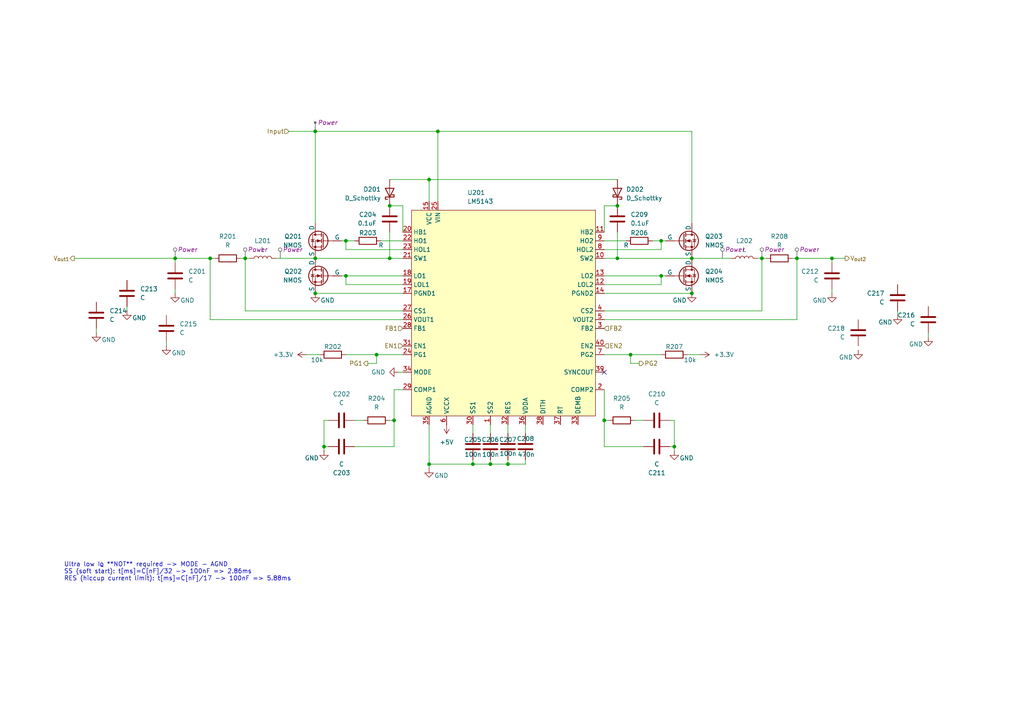
<source format=kicad_sch>
(kicad_sch (version 20250114) (generator "eeschema") (generator_version "9.0")
  (paper "A4")
  (lib_symbols
    (symbol "C_1" (pin_numbers (hide yes)) (pin_names (offset 0.254))
      (property "Reference" "C" (at 0.635 2.54 0))
      (property "Value" "C" (at 0.635 -2.54 0))
      (symbol "C_1_0_1"
        (polyline (pts (xy -2.032 0.762) (xy 2.032 0.762)) (stroke (width 0.508)))
        (polyline (pts (xy -2.032 -0.762) (xy 2.032 -0.762)) (stroke (width 0.508)))
      )
      (symbol "C_1_1_1"
        (pin passive line (at 0 3.81 270) (length 2.794) (name "~") (number "1"))
        (pin passive line (at 0 -3.81 90) (length 2.794) (name "~") (number "2"))
      )
    )
    (symbol "Device:C" (pin_numbers (hide yes)) (pin_names (offset 0.254))
      (property "Reference" "C" (at 0.635 2.54 0))
      (property "Value" "C" (at 0.635 -2.54 0))
      (symbol "C_0_1"
        (polyline (pts (xy -2.032 0.762) (xy 2.032 0.762)) (stroke (width 0.508)))
        (polyline (pts (xy -2.032 -0.762) (xy 2.032 -0.762)) (stroke (width 0.508)))
      )
      (symbol "C_1_1"
        (pin passive line (at 0 3.81 270) (length 2.794) (name "~") (number "1"))
        (pin passive line (at 0 -3.81 90) (length 2.794) (name "~") (number "2"))
      )
    )
    (symbol "Device:D_Schottky" (pin_numbers (hide yes)) (pin_names (offset 1.016) (hide yes))
      (property "Reference" "D" (at 0 2.54 0))
      (property "Value" "D_Schottky" (at 0 -2.54 0))
      (symbol "D_Schottky_0_1"
        (polyline (pts (xy -1.905 0.635) (xy -1.905 1.27) (xy -1.27 1.27) (xy -1.27 -1.27) (xy -0.635 -1.27) (xy -0.635 -0.635)) (stroke (width 0.254)))
        (polyline (pts (xy 1.27 1.27) (xy 1.27 -1.27) (xy -1.27 0) (xy 1.27 1.27)) (stroke (width 0.254)))
        (polyline (pts (xy 1.27 0) (xy -1.27 0)))
      )
      (symbol "D_Schottky_1_1"
        (pin passive line (at -3.81 0 0) (length 2.54) (name "K") (number "1"))
        (pin passive line (at 3.81 0 180) (length 2.54) (name "A") (number "2"))
      )
    )
    (symbol "Device:L" (pin_numbers (hide yes)) (pin_names (offset 1.016) (hide yes))
      (property "Reference" "L" (at -1.27 0 90))
      (property "Value" "L" (at 1.905 0 90))
      (symbol "L_0_1"
        (arc (start 0 2.54) (mid 0.6323 1.905) (end 0 1.27))
        (arc (start 0 1.27) (mid 0.6323 0.635) (end 0 0))
        (arc (start 0 0) (mid 0.6323 -0.635) (end 0 -1.27))
        (arc (start 0 -1.27) (mid 0.6323 -1.905) (end 0 -2.54))
      )
      (symbol "L_1_1"
        (pin passive line (at 0 3.81 270) (length 1.27) (name "1") (number "1"))
        (pin passive line (at 0 -3.81 90) (length 1.27) (name "2") (number "2"))
      )
    )
    (symbol "Device:R" (pin_numbers (hide yes)) (pin_names (offset 0))
      (property "Reference" "R" (at 2.032 0 90))
      (property "Value" "R" (at 0 0 90))
      (symbol "R_0_1"
        (rectangle (start -1.016 -2.54) (end 1.016 2.54) (stroke (width 0.254)))
      )
      (symbol "R_1_1"
        (pin passive line (at 0 3.81 270) (length 1.27) (name "~") (number "1"))
        (pin passive line (at 0 -3.81 90) (length 1.27) (name "~") (number "2"))
      )
    )
    (symbol "Power_source:LM5143"
      (property "Reference" "U" (at 40.386 25.908 0))
      (property "Value" "LM5143" (at 36.83 23.368 0))
      (symbol "LM5143_1_0"
        (pin power_out line (at -15.24 15.24 0) (length 2.54) (name "HB1") (number "20"))
        (pin output line (at -15.24 12.7 0) (length 2.54) (name "HO1") (number "22"))
        (pin output line (at -15.24 10.16 0) (length 2.54) (name "HOL1") (number "23"))
        (pin power_out line (at -15.24 7.62 0) (length 2.54) (name "SW1") (number "21"))
        (pin output line (at -15.24 2.54 0) (length 2.54) (name "LO1") (number "18"))
        (pin output line (at -15.24 0 0) (length 2.54) (name "LOL1") (number "19"))
        (pin passive line (at -15.24 -2.54 0) (length 2.54) (name "PGND1") (number "17"))
        (pin input line (at -15.24 -7.62 0) (length 2.54) (name "CS1") (number "27"))
        (pin input line (at -15.24 -10.16 0) (length 2.54) (name "VOUT1") (number "26"))
        (pin input line (at -15.24 -12.7 0) (length 2.54) (name "FB1") (number "28"))
        (pin input line (at -15.24 -17.78 0) (length 2.54) (name "EN1") (number "31"))
        (pin output line (at -15.24 -20.32 0) (length 2.54) (name "PG1") (number "24"))
        (pin input line (at -15.24 -25.4 0) (length 2.54) (name "MODE") (number "34"))
        (pin output line (at -15.24 -30.48 0) (length 2.54) (name "COMP1") (number "29"))
        (pin power_in line (at -7.62 24.13 270) (length 2.54) (name "VCC") (number "15"))
        (pin power_in line (at -7.62 24.13 270) (length 2.54) (hide yes) (name "VCC") (number "16"))
        (pin passive line (at -7.62 -40.64 90) (length 2.54) (name "AGND") (number "35"))
        (pin power_in line (at -5.08 24.13 270) (length 2.54) (name "VIN") (number "25"))
        (pin power_in line (at -2.54 -40.64 90) (length 2.54) (name "VCCX") (number "6"))
        (pin input line (at 5.08 -40.64 90) (length 2.54) (name "SS1") (number "30"))
        (pin input line (at 10.16 -40.64 90) (length 2.54) (name "SS2") (number "1"))
        (pin output line (at 15.24 -40.64 90) (length 2.54) (name "RES") (number "32"))
        (pin output line (at 20.32 -40.64 90) (length 2.54) (name "VDDA") (number "36"))
        (pin input line (at 25.4 -40.64 90) (length 2.54) (name "DITH") (number "38"))
        (pin input line (at 30.48 -40.64 90) (length 2.54) (name "RT") (number "37"))
        (pin input line (at 35.56 -40.64 90) (length 2.54) (name "DEMB") (number "33"))
        (pin power_out line (at 43.18 15.24 180) (length 2.54) (name "HB2") (number "11"))
        (pin output line (at 43.18 12.7 180) (length 2.54) (name "HO2") (number "9"))
        (pin output line (at 43.18 10.16 180) (length 2.54) (name "HOL2") (number "8"))
        (pin power_out line (at 43.18 7.62 180) (length 2.54) (name "SW2") (number "10"))
        (pin output line (at 43.18 2.54 180) (length 2.54) (name "LO2") (number "13"))
        (pin output line (at 43.18 0 180) (length 2.54) (name "LOL2") (number "12"))
        (pin passive line (at 43.18 -2.54 180) (length 2.54) (name "PGND2") (number "14"))
        (pin input line (at 43.18 -7.62 180) (length 2.54) (name "CS2") (number "4"))
        (pin input line (at 43.18 -10.16 180) (length 2.54) (name "VOUT2") (number "5"))
        (pin input line (at 43.18 -12.7 180) (length 2.54) (name "FB2") (number "3"))
        (pin input line (at 43.18 -17.78 180) (length 2.54) (name "EN2") (number "40"))
        (pin output line (at 43.18 -20.32 180) (length 2.54) (name "PG2") (number "7"))
        (pin output line (at 43.18 -25.4 180) (length 2.54) (name "SYNCOUT") (number "39"))
        (pin output line (at 43.18 -30.48 180) (length 2.54) (name "COMP2") (number "2"))
      )
      (symbol "LM5143_1_1"
        (rectangle (start -12.7 21.59) (end 40.64 -38.1) (fill (type background)))
      )
    )
    (symbol "Simulation_SPICE:NMOS" (pin_numbers (hide yes)) (pin_names (offset 0))
      (property "Reference" "Q" (at 5.08 1.27 0))
      (property "Value" "NMOS" (at 5.08 -1.27 0))
      (symbol "NMOS_0_1"
        (polyline (pts (xy 0.254 1.905) (xy 0.254 -1.905)) (stroke (width 0.254)))
        (polyline (pts (xy 0.254 0) (xy -2.54 0)))
        (polyline (pts (xy 0.762 2.286) (xy 0.762 1.27)) (stroke (width 0.254)))
        (polyline (pts (xy 0.762 0.508) (xy 0.762 -0.508)) (stroke (width 0.254)))
        (polyline (pts (xy 0.762 -1.27) (xy 0.762 -2.286)) (stroke (width 0.254)))
        (polyline (pts (xy 0.762 -1.778) (xy 3.302 -1.778) (xy 3.302 1.778) (xy 0.762 1.778)))
        (polyline (pts (xy 1.016 0) (xy 2.032 0.381) (xy 2.032 -0.381) (xy 1.016 0)) (fill (type outline)))
        (circle (center 1.651 0) (radius 2.794) (stroke (width 0.254)))
        (polyline (pts (xy 2.54 2.54) (xy 2.54 1.778)))
        (circle (center 2.54 1.778) (radius 0.254) (fill (type outline)))
        (circle (center 2.54 -1.778) (radius 0.254) (fill (type outline)))
        (polyline (pts (xy 2.54 -2.54) (xy 2.54 0) (xy 0.762 0)))
        (polyline (pts (xy 2.794 0.508) (xy 2.921 0.381) (xy 3.683 0.381) (xy 3.81 0.254)))
        (polyline (pts (xy 3.302 0.381) (xy 2.921 -0.254) (xy 3.683 -0.254) (xy 3.302 0.381)))
      )
      (symbol "NMOS_1_1"
        (pin input line (at -5.08 0 0) (length 2.54) (name "G") (number "2"))
        (pin passive line (at 2.54 5.08 270) (length 2.54) (name "D") (number "1"))
        (pin passive line (at 2.54 -5.08 90) (length 2.54) (name "S") (number "3"))
      )
    )
    (symbol "power:+3.3V" (power) (pin_numbers (hide yes)) (pin_names (offset 0) (hide yes))
      (property "Value" "+3.3V" (at 0 3.556 0))
      (symbol "+3.3V_0_1"
        (polyline (pts (xy -0.762 1.27) (xy 0 2.54)))
        (polyline (pts (xy 0 2.54) (xy 0.762 1.27)))
        (polyline (pts (xy 0 0) (xy 0 2.54)))
      )
      (symbol "+3.3V_1_1"
        (pin power_in line (at 0 0 90) (length 0) (name "~") (number "1"))
      )
    )
    (symbol "power:+5V" (power) (pin_numbers (hide yes)) (pin_names (offset 0) (hide yes))
      (property "Value" "+5V" (at 0 3.556 0))
      (symbol "+5V_0_1"
        (polyline (pts (xy -0.762 1.27) (xy 0 2.54)))
        (polyline (pts (xy 0 2.54) (xy 0.762 1.27)))
        (polyline (pts (xy 0 0) (xy 0 2.54)))
      )
      (symbol "+5V_1_1"
        (pin power_in line (at 0 0 90) (length 0) (name "~") (number "1"))
      )
    )
    (symbol "power:GND" (power) (pin_numbers (hide yes)) (pin_names (offset 0) (hide yes))
      (property "Value" "GND" (at 0 -3.81 0))
      (symbol "GND_0_1"
        (polyline (pts (xy 0 0) (xy 0 -1.27) (xy 1.27 -1.27) (xy 0 -2.54) (xy -1.27 -1.27) (xy 0 -1.27)))
      )
      (symbol "GND_1_1"
        (pin power_in line (at 0 0 270) (length 0) (name "~") (number "1"))
      )
    )
  )
  (text "Ultra low I_{Q} **NOT** required -> MODE - AGND\nSS (soft start): t[ms]=C[nF]/32 -> 100nF => 2.86ms\nRES (hiccup current limit): t[ms]=C[nF]/17 -> 100nF => 5.88ms" (exclude_from_sim yes) (at 18.542 165.862 0) (effects (font (size 1.27 1.27)) (justify left)))
  (junction (at 113.03 74.93))
  (junction (at 231.14 74.93))
  (junction (at 142.24 134.62))
  (junction (at 93.98 129.54))
  (junction (at 109.22 102.87))
  (junction (at 91.44 85.09))
  (junction (at 100.33 80.01))
  (junction (at 175.26 121.92))
  (junction (at 71.12 74.93))
  (junction (at 179.07 74.93))
  (junction (at 147.32 134.62))
  (junction (at 195.58 129.54))
  (junction (at 91.44 38.1))
  (junction (at 200.66 85.09))
  (junction (at 182.88 102.87))
  (junction (at 200.66 74.93))
  (junction (at 50.8 74.93))
  (junction (at 127 38.1))
  (junction (at 124.46 134.62))
  (junction (at 124.46 52.07))
  (junction (at 220.98 74.93))
  (junction (at 91.44 74.93))
  (junction (at 113.03 59.69))
  (junction (at 191.77 80.01))
  (junction (at 60.96 74.93))
  (junction (at 179.07 59.69))
  (junction (at 191.77 69.85))
  (junction (at 137.16 134.62))
  (junction (at 241.3 74.93))
  (junction (at 100.33 69.85))
  (junction (at 114.3 121.92))
  (no_connect (at 175.26 107.95))
  (wire (pts (xy 71.12 74.93) (xy 72.39 74.93)))
  (wire (pts (xy 175.26 92.71) (xy 231.14 92.71)))
  (wire (pts (xy 99.06 69.85) (xy 100.33 69.85)))
  (wire (pts (xy 200.66 85.09) (xy 175.26 85.09)))
  (wire (pts (xy 91.44 38.1) (xy 127 38.1)))
  (wire (pts (xy 231.14 74.93) (xy 231.14 92.71)))
  (wire (pts (xy 241.3 76.2) (xy 241.3 74.93)))
  (wire (pts (xy 200.66 64.77) (xy 200.66 38.1)))
  (wire (pts (xy 80.01 74.93) (xy 91.44 74.93)))
  (wire (pts (xy 176.53 121.92) (xy 175.26 121.92)))
  (wire (pts (xy 124.46 134.62) (xy 124.46 135.89)))
  (wire (pts (xy 147.32 123.19) (xy 147.32 125.73)))
  (wire (pts (xy 191.77 72.39) (xy 191.77 69.85)))
  (wire (pts (xy 152.4 133.35) (xy 152.4 134.62)))
  (wire (pts (xy 21.59 74.93) (xy 50.8 74.93)))
  (wire (pts (xy 127 38.1) (xy 200.66 38.1)))
  (wire (pts (xy 71.12 90.17) (xy 116.84 90.17)))
  (wire (pts (xy 93.98 121.92) (xy 95.25 121.92)))
  (wire (pts (xy 50.8 74.93) (xy 60.96 74.93)))
  (wire (pts (xy 137.16 123.19) (xy 137.16 125.73)))
  (wire (pts (xy 113.03 52.07) (xy 124.46 52.07)))
  (wire (pts (xy 91.44 38.1) (xy 91.44 64.77)))
  (wire (pts (xy 113.03 74.93) (xy 116.84 74.93)))
  (wire (pts (xy 100.33 69.85) (xy 102.87 69.85)))
  (wire (pts (xy 186.69 129.54) (xy 175.26 129.54)))
  (wire (pts (xy 179.07 74.93) (xy 175.26 74.93)))
  (wire (pts (xy 100.33 72.39) (xy 100.33 69.85)))
  (wire (pts (xy 229.87 74.93) (xy 231.14 74.93)))
  (wire (pts (xy 114.3 129.54) (xy 114.3 121.92)))
  (wire (pts (xy 102.87 129.54) (xy 114.3 129.54)))
  (wire (pts (xy 100.33 82.55) (xy 100.33 80.01)))
  (wire (pts (xy 269.24 96.52) (xy 269.24 97.79)))
  (wire (pts (xy 220.98 74.93) (xy 220.98 90.17)))
  (wire (pts (xy 175.26 90.17) (xy 220.98 90.17)))
  (wire (pts (xy 191.77 82.55) (xy 175.26 82.55)))
  (wire (pts (xy 137.16 134.62) (xy 124.46 134.62)))
  (wire (pts (xy 109.22 105.41) (xy 109.22 102.87)))
  (wire (pts (xy 212.09 74.93) (xy 200.66 74.93)))
  (wire (pts (xy 199.39 102.87) (xy 203.2 102.87)))
  (wire (pts (xy 109.22 102.87) (xy 100.33 102.87)))
  (wire (pts (xy 147.32 134.62) (xy 142.24 134.62)))
  (wire (pts (xy 147.32 133.35) (xy 147.32 134.62)))
  (wire (pts (xy 93.98 129.54) (xy 95.25 129.54)))
  (wire (pts (xy 124.46 58.42) (xy 124.46 52.07)))
  (wire (pts (xy 260.35 90.17) (xy 260.35 91.44)))
  (wire (pts (xy 241.3 83.82) (xy 241.3 85.09)))
  (wire (pts (xy 102.87 121.92) (xy 105.41 121.92)))
  (wire (pts (xy 62.23 74.93) (xy 60.96 74.93)))
  (wire (pts (xy 195.58 129.54) (xy 194.31 129.54)))
  (wire (pts (xy 113.03 59.69) (xy 116.84 59.69)))
  (wire (pts (xy 182.88 102.87) (xy 191.77 102.87)))
  (wire (pts (xy 195.58 129.54) (xy 195.58 130.81)))
  (wire (pts (xy 127 38.1) (xy 127 58.42)))
  (wire (pts (xy 113.03 121.92) (xy 114.3 121.92)))
  (wire (pts (xy 137.16 133.35) (xy 137.16 134.62)))
  (wire (pts (xy 182.88 105.41) (xy 182.88 102.87)))
  (wire (pts (xy 106.68 105.41) (xy 109.22 105.41)))
  (wire (pts (xy 222.25 74.93) (xy 220.98 74.93)))
  (wire (pts (xy 175.26 129.54) (xy 175.26 121.92)))
  (wire (pts (xy 100.33 80.01) (xy 116.84 80.01)))
  (wire (pts (xy 83.82 38.1) (xy 91.44 38.1)))
  (wire (pts (xy 175.26 59.69) (xy 175.26 67.31)))
  (wire (pts (xy 191.77 72.39) (xy 175.26 72.39)))
  (wire (pts (xy 69.85 74.93) (xy 71.12 74.93)))
  (wire (pts (xy 60.96 74.93) (xy 60.96 92.71)))
  (wire (pts (xy 186.69 121.92) (xy 184.15 121.92)))
  (wire (pts (xy 193.04 80.01) (xy 191.77 80.01)))
  (wire (pts (xy 179.07 67.31) (xy 179.07 74.93)))
  (wire (pts (xy 116.84 67.31) (xy 116.84 59.69)))
  (wire (pts (xy 60.96 92.71) (xy 116.84 92.71)))
  (wire (pts (xy 241.3 74.93) (xy 245.11 74.93)))
  (wire (pts (xy 142.24 134.62) (xy 137.16 134.62)))
  (wire (pts (xy 124.46 123.19) (xy 124.46 134.62)))
  (wire (pts (xy 113.03 67.31) (xy 113.03 74.93)))
  (wire (pts (xy 92.71 102.87) (xy 88.9 102.87)))
  (wire (pts (xy 36.83 88.9) (xy 36.83 90.17)))
  (wire (pts (xy 100.33 72.39) (xy 116.84 72.39)))
  (wire (pts (xy 191.77 69.85) (xy 189.23 69.85)))
  (wire (pts (xy 124.46 52.07) (xy 179.07 52.07)))
  (wire (pts (xy 114.3 113.03) (xy 116.84 113.03)))
  (wire (pts (xy 116.84 102.87) (xy 109.22 102.87)))
  (wire (pts (xy 100.33 82.55) (xy 116.84 82.55)))
  (wire (pts (xy 93.98 129.54) (xy 93.98 130.81)))
  (wire (pts (xy 179.07 59.69) (xy 175.26 59.69)))
  (wire (pts (xy 114.3 121.92) (xy 114.3 113.03)))
  (wire (pts (xy 241.3 74.93) (xy 231.14 74.93)))
  (wire (pts (xy 91.44 85.09) (xy 116.84 85.09)))
  (wire (pts (xy 115.57 107.95) (xy 116.84 107.95)))
  (wire (pts (xy 110.49 69.85) (xy 116.84 69.85)))
  (wire (pts (xy 142.24 123.19) (xy 142.24 125.73)))
  (wire (pts (xy 142.24 133.35) (xy 142.24 134.62)))
  (wire (pts (xy 48.26 99.06) (xy 48.26 100.33)))
  (wire (pts (xy 50.8 83.82) (xy 50.8 85.09)))
  (wire (pts (xy 185.42 105.41) (xy 182.88 105.41)))
  (wire (pts (xy 220.98 74.93) (xy 219.71 74.93)))
  (wire (pts (xy 99.06 80.01) (xy 100.33 80.01)))
  (wire (pts (xy 195.58 121.92) (xy 194.31 121.92)))
  (wire (pts (xy 191.77 82.55) (xy 191.77 80.01)))
  (wire (pts (xy 27.94 95.25) (xy 27.94 96.52)))
  (wire (pts (xy 191.77 80.01) (xy 175.26 80.01)))
  (wire (pts (xy 195.58 121.92) (xy 195.58 129.54)))
  (wire (pts (xy 175.26 121.92) (xy 175.26 113.03)))
  (wire (pts (xy 71.12 74.93) (xy 71.12 90.17)))
  (wire (pts (xy 179.07 74.93) (xy 200.66 74.93)))
  (wire (pts (xy 181.61 69.85) (xy 175.26 69.85)))
  (wire (pts (xy 91.44 74.93) (xy 113.03 74.93)))
  (wire (pts (xy 50.8 76.2) (xy 50.8 74.93)))
  (wire (pts (xy 152.4 134.62) (xy 147.32 134.62)))
  (wire (pts (xy 152.4 123.19) (xy 152.4 125.73)))
  (wire (pts (xy 175.26 102.87) (xy 182.88 102.87)))
  (wire (pts (xy 193.04 69.85) (xy 191.77 69.85)))
  (wire (pts (xy 93.98 121.92) (xy 93.98 129.54)))
  (hierarchical_label "EN1" (shape input) (at 116.84 100.33 180))
  (hierarchical_label "FB1" (shape input) (at 116.84 95.25 180))
  (hierarchical_label "PG2" (shape output) (at 185.42 105.41 0))
  (hierarchical_label "EN2" (shape input) (at 175.26 100.33 0))
  (hierarchical_label "V_{out1}" (shape output) (at 21.59 74.93 180))
  (hierarchical_label "V_{out2}" (shape output) (at 245.11 74.93 0))
  (hierarchical_label "PG1" (shape output) (at 106.68 105.41 180))
  (hierarchical_label "FB2" (shape input) (at 175.26 95.25 0))
  (hierarchical_label "Input" (shape input) (at 83.82 38.1 180))
  (netclass_flag "" (length 2.54) (shape round) (at 209.55 74.93 0) (property "Netclass" "Power" (at 210.2485 72.39 0) (effects (font (italic yes)) (justify left))))
  (netclass_flag "" (length 2.54) (shape round) (at 71.12 74.93 0) (property "Netclass" "Power" (at 71.8185 72.39 0) (effects (font (italic yes)) (justify left))))
  (netclass_flag "" (length 2.54) (shape round) (at 50.8 74.93 0) (property "Netclass" "Power" (at 51.4985 72.39 0) (effects (font (italic yes)) (justify left))))
  (netclass_flag "" (length 2.54) (shape round) (at 81.28 74.93 0) (property "Netclass" "Power" (at 81.9785 72.39 0) (effects (font (italic yes)) (justify left))))
  (netclass_flag "" (length 2.54) (shape dot) (at 91.44 38.1 0) (property "Netclass" "Power" (at 92.1385 35.56 0) (effects (font (italic yes)) (justify left))))
  (netclass_flag "" (length 2.54) (shape round) (at 231.14 74.93 0) (property "Netclass" "Power" (at 231.8385 72.39 0) (effects (font (italic yes)) (justify left))))
  (netclass_flag "" (length 2.54) (shape round) (at 220.98 74.93 0) (property "Netclass" "Power" (at 221.6785 72.39 0) (effects (font (italic yes)) (justify left))))
  (symbol (lib_id "Device:R") (at 226.06 74.93 270) (mirror x) (unit 1)
    (property "Reference" "R1608" (at 226.06 68.58 90))
    (property "Value" "R" (at 226.06 71.12 90))
    (property "Description" "Resistor" (effects (hide yes)))
    (instances (project "Low-level-driver" (path "" (reference "R208") (unit 1))) (project "Power_unit_A1" (path "" (reference "R1608") (unit 1))))
  )
  (symbol (lib_id "Device:D_Schottky") (at 113.03 55.88 90) (unit 1)
    (property "Reference" "D1601" (at 110.49 54.9274 90) (effects (justify left)))
    (property "Value" "D_Schottky" (at 110.49 57.4674 90) (effects (justify left)))
    (property "Description" "Schottky diode" (effects (hide yes)))
    (instances (project "Low-level-driver" (path "" (reference "D201") (unit 1))) (project "Power_unit_A1" (path "" (reference "D1601") (unit 1))))
  )
  (symbol (lib_id "Device:D_Schottky") (at 179.07 55.88 270) (mirror x) (unit 1)
    (property "Reference" "D1602" (at 181.61 54.9274 90) (effects (justify left)))
    (property "Value" "D_Schottky" (at 181.61 57.4674 90) (effects (justify left)))
    (property "Description" "Schottky diode" (effects (hide yes)))
    (instances (project "Low-level-driver" (path "" (reference "D202") (unit 1))) (project "Power_unit_A1" (path "" (reference "D1602") (unit 1))))
  )
  (symbol (lib_id "power:GND") (at 50.8 85.09 0) (unit 1)
    (property "Reference" "#PWR01604" (effects (hide yes)))
    (property "Value" "GND" (at 54.356 87.122 0))
    (property "Description" "Power symbol creates a global label with name \"GND\" , ground" (effects (hide yes)))
    (instances (project "Low-level-driver" (path "" (reference "#PWR0201") (unit 1))) (project "Power_unit_A1" (path "" (reference "#PWR01604") (unit 1))))
  )
  (symbol (lib_id "power:GND") (at 36.83 90.17 0) (unit 1)
    (property "Reference" "#PWR01602" (effects (hide yes)))
    (property "Value" "GND" (at 40.386 92.202 0))
    (property "Description" "Power symbol creates a global label with name \"GND\" , ground" (effects (hide yes)))
    (instances (project "Low-level-driver" (path "" (reference "#PWR0213") (unit 1))) (project "Power_unit_A1" (path "" (reference "#PWR01602") (unit 1))))
  )
  (symbol (lib_id "Device:C") (at 152.4 129.54 180) (unit 1)
    (property "Reference" "C1611" (at 149.86 127.254 0) (effects (justify right)))
    (property "Value" "470n" (at 150.114 131.826 0) (effects (justify right)))
    (property "Description" "Unpolarized capacitor" (effects (hide yes)))
    (instances (project "Low-level-driver" (path "" (reference "C208") (unit 1))) (project "Power_unit_A1" (path "" (reference "C1611") (unit 1))))
  )
  (symbol (lib_id "power:+5V") (at 129.54 123.19 180) (unit 1)
    (property "Reference" "#PWR01610" (effects (hide yes)))
    (property "Value" "+5V" (at 129.54 128.27 0))
    (property "Description" "Power symbol creates a global label with name \"+5V\"" (effects (hide yes)))
    (instances (project "Low-level-driver" (path "" (reference "#PWR0207") (unit 1))) (project "Power_unit_A1" (path "" (reference "#PWR01610") (unit 1))))
  )
  (symbol (lib_id "power:GND") (at 91.44 85.09 0) (unit 1)
    (property "Reference" "#PWR01606" (effects (hide yes)))
    (property "Value" "GND" (at 94.996 87.122 0))
    (property "Description" "Power symbol creates a global label with name \"GND\" , ground" (effects (hide yes)))
    (instances (project "Low-level-driver" (path "" (reference "#PWR0203") (unit 1))) (project "Power_unit_A1" (path "" (reference "#PWR01606") (unit 1))))
  )
  (symbol (lib_id "power:GND") (at 27.94 96.52 0) (unit 1)
    (property "Reference" "#PWR01601" (effects (hide yes)))
    (property "Value" "GND" (at 31.496 98.552 0))
    (property "Description" "Power symbol creates a global label with name \"GND\" , ground" (effects (hide yes)))
    (instances (project "Low-level-driver" (path "" (reference "#PWR0214") (unit 1))) (project "Power_unit_A1" (path "" (reference "#PWR01601") (unit 1))))
  )
  (symbol (lib_id "power:GND") (at 93.98 130.81 0) (mirror y) (unit 1)
    (property "Reference" "#PWR01607" (effects (hide yes)))
    (property "Value" "GND" (at 90.424 132.842 0))
    (property "Description" "Power symbol creates a global label with name \"GND\" , ground" (effects (hide yes)))
    (instances (project "Low-level-driver" (path "" (reference "#PWR0204") (unit 1))) (project "Power_unit_A1" (path "" (reference "#PWR01607") (unit 1))))
  )
  (symbol (lib_id "Device:C") (at 260.35 86.36 0) (mirror y) (unit 1)
    (property "Reference" "C1617" (at 256.54 85.0899 0) (effects (justify left)))
    (property "Value" "C" (at 256.54 87.6299 0) (effects (justify left)))
    (property "Description" "Unpolarized capacitor" (effects (hide yes)))
    (instances (project "Low-level-driver" (path "" (reference "C217") (unit 1))) (project "Power_unit_A1" (path "" (reference "C1617") (unit 1))))
  )
  (symbol (lib_id "Device:R") (at 185.42 69.85 270) (mirror x) (unit 1)
    (property "Reference" "R1606" (at 185.42 67.564 90))
    (property "Value" "R" (at 181.61 71.12 90))
    (property "Description" "Resistor" (effects (hide yes)))
    (instances (project "Low-level-driver" (path "" (reference "R206") (unit 1))) (project "Power_unit_A1" (path "" (reference "R1606") (unit 1))))
  )
  (symbol (lib_id "Simulation_SPICE:NMOS") (at 93.98 80.01 0) (mirror y) (unit 1)
    (property "Reference" "Q1602" (at 87.63 78.7399 0) (effects (justify left)))
    (property "Value" "NMOS" (at 87.63 81.2799 0) (effects (justify left)))
    (property "Datasheet" "https://ngspice.sourceforge.io/docs/ngspice-html-manual/manual.xhtml#cha_MOSFETs" (effects (hide yes)))
    (property "Description" "N-MOSFET transistor, drain/source/gate" (effects (hide yes)))
    (property "Sim.Device" "NMOS" (effects (hide yes)))
    (property "Sim.Type" "VDMOS" (effects (hide yes)))
    (property "Sim.Pins" "1=D 2=G 3=S" (effects (hide yes)))
    (instances (project "Low-level-driver" (path "" (reference "Q202") (unit 1))) (project "Power_unit_A1" (path "" (reference "Q1602") (unit 1))))
  )
  (symbol (lib_id "Device:R") (at 96.52 102.87 270) (mirror x) (unit 1)
    (property "Reference" "R1602" (at 96.52 100.584 90))
    (property "Value" "10k" (at 91.948 104.394 90))
    (instances (project "Low-level-driver" (path "" (reference "R202") (unit 1))) (project "Power_unit_A1" (path "" (reference "R1602") (unit 1))))
  )
  (symbol (lib_id "Device:C") (at 190.5 121.92 270) (mirror x) (unit 1)
    (property "Reference" "C1613" (at 190.5 114.3 90))
    (property "Value" "C" (at 190.5 116.84 90))
    (property "Description" "Unpolarized capacitor" (effects (hide yes)))
    (instances (project "Low-level-driver" (path "" (reference "C210") (unit 1))) (project "Power_unit_A1" (path "" (reference "C1613") (unit 1))))
  )
  (symbol (lib_id "Device:L") (at 215.9 74.93 270) (mirror x) (unit 1)
    (property "Reference" "L1602" (at 215.9 69.85 90))
    (property "Value" "L" (at 215.9 72.39 90))
    (property "Description" "Inductor" (effects (hide yes)))
    (instances (project "Low-level-driver" (path "" (reference "L202") (unit 1))) (project "Power_unit_A1" (path "" (reference "L1602") (unit 1))))
  )
  (symbol (lib_id "power:+3.3V") (at 88.9 102.87 90) (unit 1)
    (property "Reference" "#PWR01605" (effects (hide yes)))
    (property "Value" "+3.3V" (at 85.09 102.8699 90) (effects (justify left)))
    (property "Description" "Power symbol creates a global label with name \"+3.3V\"" (effects (hide yes)))
  )
  (symbol (lib_id "Device:R") (at 106.68 69.85 90) (unit 1)
    (property "Reference" "R1603" (at 106.68 67.564 90))
    (property "Value" "R" (at 110.49 71.12 90))
    (property "Description" "Resistor" (effects (hide yes)))
    (instances (project "Low-level-driver" (path "" (reference "R203") (unit 1))) (project "Power_unit_A1" (path "" (reference "R1603") (unit 1))))
  )
  (symbol (lib_id "Device:C") (at 179.07 63.5 0) (unit 1)
    (property "Reference" "C1612" (at 182.88 62.2299 0) (effects (justify left)))
    (property "Value" "0.1uF" (at 182.88 64.7699 0) (effects (justify left)))
    (property "Description" "Unpolarized capacitor" (effects (hide yes)))
    (instances (project "Low-level-driver" (path "" (reference "C209") (unit 1))) (project "Power_unit_A1" (path "" (reference "C1612") (unit 1))))
  )
  (symbol (lib_id "Device:C") (at 48.26 95.25 0) (unit 1)
    (property "Reference" "C1603" (at 52.07 93.9799 0) (effects (justify left)))
    (property "Value" "C" (at 52.07 96.5199 0) (effects (justify left)))
    (property "Description" "Unpolarized capacitor" (effects (hide yes)))
    (instances (project "Low-level-driver" (path "" (reference "C215") (unit 1))) (project "Power_unit_A1" (path "" (reference "C1603") (unit 1))))
  )
  (symbol (lib_id "Device:C") (at 50.8 80.01 0) (unit 1)
    (property "Reference" "C1604" (at 54.61 78.7399 0) (effects (justify left)))
    (property "Value" "C" (at 54.61 81.2799 0) (effects (justify left)))
    (property "Description" "Unpolarized capacitor" (effects (hide yes)))
    (instances (project "Low-level-driver" (path "" (reference "C201") (unit 1))) (project "Power_unit_A1" (path "" (reference "C1604") (unit 1))))
  )
  (symbol (lib_name "C_1") (lib_id "Device:C") (at 142.24 129.54 0) (mirror y) (unit 1)
    (property "Reference" "C1609" (at 144.78 127.508 0) (effects (justify left)))
    (property "Value" "100n" (at 144.78 131.826 0) (effects (justify left)))
    (instances (project "Low-level-driver" (path "" (reference "C206") (unit 1))) (project "Power_unit_A1" (path "" (reference "C1609") (unit 1))))
  )
  (symbol (lib_name "C_1") (lib_id "Device:C") (at 137.16 129.54 0) (mirror y) (unit 1)
    (property "Reference" "C1608" (at 139.7 127.508 0) (effects (justify left)))
    (property "Value" "100n" (at 139.7 131.826 0) (effects (justify left)))
    (instances (project "Low-level-driver" (path "" (reference "C205") (unit 1))) (project "Power_unit_A1" (path "" (reference "C1608") (unit 1))))
  )
  (symbol (lib_name "C_1") (lib_id "Device:C") (at 147.32 129.54 0) (mirror y) (unit 1)
    (property "Reference" "C1610" (at 149.86 127.508 0) (effects (justify left)))
    (property "Value" "100n" (at 149.86 131.572 0) (effects (justify left)))
    (instances (project "Low-level-driver" (path "" (reference "C207") (unit 1))) (project "Power_unit_A1" (path "" (reference "C1610") (unit 1))))
  )
  (symbol (lib_id "Simulation_SPICE:NMOS") (at 198.12 69.85 0) (unit 1)
    (property "Reference" "Q1603" (at 204.47 68.5799 0) (effects (justify left)))
    (property "Value" "NMOS" (at 204.47 71.1199 0) (effects (justify left)))
    (property "Datasheet" "https://ngspice.sourceforge.io/docs/ngspice-html-manual/manual.xhtml#cha_MOSFETs" (effects (hide yes)))
    (property "Description" "N-MOSFET transistor, drain/source/gate" (effects (hide yes)))
    (property "Sim.Device" "NMOS" (effects (hide yes)))
    (property "Sim.Type" "VDMOS" (effects (hide yes)))
    (property "Sim.Pins" "1=D 2=G 3=S" (effects (hide yes)))
    (instances (project "Low-level-driver" (path "" (reference "Q203") (unit 1))) (project "Power_unit_A1" (path "" (reference "Q1603") (unit 1))))
  )
  (symbol (lib_id "Device:L") (at 76.2 74.93 90) (unit 1)
    (property "Reference" "L1601" (at 76.2 69.85 90))
    (property "Value" "L" (at 76.2 72.39 90))
    (property "Description" "Inductor" (effects (hide yes)))
    (instances (project "Low-level-driver" (path "" (reference "L201") (unit 1))) (project "Power_unit_A1" (path "" (reference "L1601") (unit 1))))
  )
  (symbol (lib_id "Device:C") (at 27.94 91.44 0) (unit 1)
    (property "Reference" "C1601" (at 31.75 90.1699 0) (effects (justify left)))
    (property "Value" "C" (at 31.75 92.7099 0) (effects (justify left)))
    (property "Description" "Unpolarized capacitor" (effects (hide yes)))
    (instances (project "Low-level-driver" (path "" (reference "C214") (unit 1))) (project "Power_unit_A1" (path "" (reference "C1601") (unit 1))))
  )
  (symbol (lib_id "Power_source:LM5143") (at 132.08 82.55 0) (unit 1)
    (property "Reference" "U1601" (at 135.5441 55.88 0) (effects (justify left)))
    (property "Value" "LM5143" (at 135.5441 58.42 0) (effects (justify left)))
    (property "Footprint" "Lab_source:Texas_RHA0040P_VQFN-40-1EP_6x6mm_P0.5mm_EP4.15x4.15mm_ThermalVias" (effects (hide yes)))
    (property "Datasheet" "https://www.ti.com/lit/ds/symlink/lm5143.pdf?ts=1717828491710&ref_url=https%253A%252F%252Fwww.ti.com%252Fproduct%252FLM5143" (effects (hide yes)))
    (instances (project "Low-level-driver" (path "" (reference "U201") (unit 1))) (project "Power_unit_A1" (path "" (reference "U1601") (unit 1))))
  )
  (symbol (lib_id "Device:C") (at 99.06 121.92 90) (unit 1)
    (property "Reference" "C1605" (at 99.06 114.3 90))
    (property "Value" "C" (at 99.06 116.84 90))
    (property "Description" "Unpolarized capacitor" (effects (hide yes)))
    (instances (project "Low-level-driver" (path "" (reference "C202") (unit 1))) (project "Power_unit_A1" (path "" (reference "C1605") (unit 1))))
  )
  (symbol (lib_id "Device:C") (at 241.3 80.01 0) (mirror y) (unit 1)
    (property "Reference" "C1615" (at 237.49 78.7399 0) (effects (justify left)))
    (property "Value" "C" (at 237.49 81.2799 0) (effects (justify left)))
    (property "Description" "Unpolarized capacitor" (effects (hide yes)))
    (instances (project "Low-level-driver" (path "" (reference "C212") (unit 1))) (project "Power_unit_A1" (path "" (reference "C1615") (unit 1))))
  )
  (symbol (lib_id "Device:C") (at 248.92 96.52 0) (mirror y) (unit 1)
    (property "Reference" "C1616" (at 245.11 95.2499 0) (effects (justify left)))
    (property "Value" "C" (at 245.11 97.7899 0) (effects (justify left)))
    (property "Description" "Unpolarized capacitor" (effects (hide yes)))
    (instances (project "Low-level-driver" (path "" (reference "C218") (unit 1))) (project "Power_unit_A1" (path "" (reference "C1616") (unit 1))))
  )
  (symbol (lib_id "power:+3.3V") (at 203.2 102.87 270) (unit 1)
    (property "Reference" "#PWR01613" (effects (hide yes)))
    (property "Value" "+3.3V" (at 207.01 102.8699 90) (effects (justify left)))
    (property "Description" "Power symbol creates a global label with name \"+3.3V\"" (effects (hide yes)))
  )
  (symbol (lib_id "power:GND") (at 124.46 135.89 0) (unit 1)
    (property "Reference" "#PWR01609" (effects (hide yes)))
    (property "Value" "GND" (at 128.016 137.922 0))
    (property "Description" "Power symbol creates a global label with name \"GND\" , ground" (effects (hide yes)))
    (instances (project "Low-level-driver" (path "" (reference "#PWR0206") (unit 1))) (project "Power_unit_A1" (path "" (reference "#PWR01609") (unit 1))))
  )
  (symbol (lib_id "power:GND") (at 241.3 85.09 0) (mirror y) (unit 1)
    (property "Reference" "#PWR01614" (effects (hide yes)))
    (property "Value" "GND" (at 237.744 87.122 0))
    (property "Description" "Power symbol creates a global label with name \"GND\" , ground" (effects (hide yes)))
    (instances (project "Low-level-driver" (path "" (reference "#PWR0211") (unit 1))) (project "Power_unit_A1" (path "" (reference "#PWR01614") (unit 1))))
  )
  (symbol (lib_id "power:GND") (at 195.58 130.81 0) (unit 1)
    (property "Reference" "#PWR01611" (effects (hide yes)))
    (property "Value" "GND" (at 199.136 132.842 0))
    (property "Description" "Power symbol creates a global label with name \"GND\" , ground" (effects (hide yes)))
    (instances (project "Low-level-driver" (path "" (reference "#PWR0208") (unit 1))) (project "Power_unit_A1" (path "" (reference "#PWR01611") (unit 1))))
  )
  (symbol (lib_id "power:GND") (at 248.92 101.6 0) (mirror y) (unit 1)
    (property "Reference" "#PWR01615" (effects (hide yes)))
    (property "Value" "GND" (at 245.364 103.632 0))
    (property "Description" "Power symbol creates a global label with name \"GND\" , ground" (effects (hide yes)))
    (instances (project "Low-level-driver" (path "" (reference "#PWR0218") (unit 1))) (project "Power_unit_A1" (path "" (reference "#PWR01615") (unit 1))))
  )
  (symbol (lib_id "power:GND") (at 200.66 85.09 0) (mirror y) (unit 1)
    (property "Reference" "#PWR01612" (effects (hide yes)))
    (property "Value" "GND" (at 197.104 87.122 0))
    (property "Description" "Power symbol creates a global label with name \"GND\" , ground" (effects (hide yes)))
    (instances (project "Low-level-driver" (path "" (reference "#PWR0209") (unit 1))) (project "Power_unit_A1" (path "" (reference "#PWR01612") (unit 1))))
  )
  (symbol (lib_id "power:GND") (at 269.24 97.79 0) (mirror y) (unit 1)
    (property "Reference" "#PWR01617" (effects (hide yes)))
    (property "Value" "GND" (at 265.684 99.822 0))
    (property "Description" "Power symbol creates a global label with name \"GND\" , ground" (effects (hide yes)))
    (instances (project "Low-level-driver" (path "" (reference "#PWR0216") (unit 1))) (project "Power_unit_A1" (path "" (reference "#PWR01617") (unit 1))))
  )
  (symbol (lib_id "power:GND") (at 115.57 107.95 270) (unit 1)
    (property "Reference" "#PWR01608" (effects (hide yes)))
    (property "Value" "GND" (at 109.728 107.95 90))
    (property "Description" "Power symbol creates a global label with name \"GND\" , ground" (effects (hide yes)))
    (instances (project "Low-level-driver" (path "" (reference "#PWR0205") (unit 1))) (project "Power_unit_A1" (path "" (reference "#PWR01608") (unit 1))))
  )
  (symbol (lib_id "Device:C") (at 36.83 85.09 0) (unit 1)
    (property "Reference" "C1602" (at 40.64 83.8199 0) (effects (justify left)))
    (property "Value" "C" (at 40.64 86.3599 0) (effects (justify left)))
    (property "Description" "Unpolarized capacitor" (effects (hide yes)))
    (instances (project "Low-level-driver" (path "" (reference "C213") (unit 1))) (project "Power_unit_A1" (path "" (reference "C1602") (unit 1))))
  )
  (symbol (lib_id "Device:R") (at 195.58 102.87 90) (unit 1)
    (property "Reference" "R1607" (at 195.58 100.584 90))
    (property "Value" "10k" (at 200.152 104.394 90))
    (instances (project "Low-level-driver" (path "" (reference "R207") (unit 1))) (project "Power_unit_A1" (path "" (reference "R1607") (unit 1))))
  )
  (symbol (lib_id "Device:R") (at 180.34 121.92 270) (mirror x) (unit 1)
    (property "Reference" "R1605" (at 180.34 115.57 90))
    (property "Value" "R" (at 180.34 118.11 90))
    (property "Description" "Resistor" (effects (hide yes)))
    (instances (project "Low-level-driver" (path "" (reference "R205") (unit 1))) (project "Power_unit_A1" (path "" (reference "R1605") (unit 1))))
  )
  (symbol (lib_id "Device:C") (at 113.03 63.5 0) (mirror y) (unit 1)
    (property "Reference" "C1607" (at 109.22 62.2299 0) (effects (justify left)))
    (property "Value" "0.1uF" (at 109.22 64.7699 0) (effects (justify left)))
    (property "Description" "Unpolarized capacitor" (effects (hide yes)))
    (instances (project "Low-level-driver" (path "" (reference "C204") (unit 1))) (project "Power_unit_A1" (path "" (reference "C1607") (unit 1))))
  )
  (symbol (lib_id "Device:C") (at 269.24 92.71 0) (mirror y) (unit 1)
    (property "Reference" "C1618" (at 265.43 91.4399 0) (effects (justify left)))
    (property "Value" "C" (at 265.43 93.9799 0) (effects (justify left)))
    (property "Description" "Unpolarized capacitor" (effects (hide yes)))
    (instances (project "Low-level-driver" (path "" (reference "C216") (unit 1))) (project "Power_unit_A1" (path "" (reference "C1618") (unit 1))))
  )
  (symbol (lib_id "Simulation_SPICE:NMOS") (at 198.12 80.01 0) (unit 1)
    (property "Reference" "Q1604" (at 204.47 78.7399 0) (effects (justify left)))
    (property "Value" "NMOS" (at 204.47 81.2799 0) (effects (justify left)))
    (property "Datasheet" "https://ngspice.sourceforge.io/docs/ngspice-html-manual/manual.xhtml#cha_MOSFETs" (effects (hide yes)))
    (property "Description" "N-MOSFET transistor, drain/source/gate" (effects (hide yes)))
    (property "Sim.Device" "NMOS" (effects (hide yes)))
    (property "Sim.Type" "VDMOS" (effects (hide yes)))
    (property "Sim.Pins" "1=D 2=G 3=S" (effects (hide yes)))
    (instances (project "Low-level-driver" (path "" (reference "Q204") (unit 1))) (project "Power_unit_A1" (path "" (reference "Q1604") (unit 1))))
  )
  (symbol (lib_id "Device:R") (at 109.22 121.92 90) (unit 1)
    (property "Reference" "R1604" (at 109.22 115.57 90))
    (property "Value" "R" (at 109.22 118.11 90))
    (property "Description" "Resistor" (effects (hide yes)))
    (instances (project "Low-level-driver" (path "" (reference "R204") (unit 1))) (project "Power_unit_A1" (path "" (reference "R1604") (unit 1))))
  )
  (symbol (lib_id "power:GND") (at 48.26 100.33 0) (unit 1)
    (property "Reference" "#PWR01603" (effects (hide yes)))
    (property "Value" "GND" (at 51.816 102.362 0))
    (property "Description" "Power symbol creates a global label with name \"GND\" , ground" (effects (hide yes)))
    (instances (project "Low-level-driver" (path "" (reference "#PWR0215") (unit 1))) (project "Power_unit_A1" (path "" (reference "#PWR01603") (unit 1))))
  )
  (symbol (lib_id "power:GND") (at 260.35 91.44 0) (mirror y) (unit 1)
    (property "Reference" "#PWR01616" (effects (hide yes)))
    (property "Value" "GND" (at 256.794 93.472 0))
    (property "Description" "Power symbol creates a global label with name \"GND\" , ground" (effects (hide yes)))
    (instances (project "Low-level-driver" (path "" (reference "#PWR0217") (unit 1))) (project "Power_unit_A1" (path "" (reference "#PWR01616") (unit 1))))
  )
  (symbol (lib_id "Simulation_SPICE:NMOS") (at 93.98 69.85 0) (mirror y) (unit 1)
    (property "Reference" "Q1601" (at 87.63 68.5799 0) (effects (justify left)))
    (property "Value" "NMOS" (at 87.63 71.1199 0) (effects (justify left)))
    (property "Datasheet" "https://ngspice.sourceforge.io/docs/ngspice-html-manual/manual.xhtml#cha_MOSFETs" (effects (hide yes)))
    (property "Description" "N-MOSFET transistor, drain/source/gate" (effects (hide yes)))
    (property "Sim.Device" "NMOS" (effects (hide yes)))
    (property "Sim.Type" "VDMOS" (effects (hide yes)))
    (property "Sim.Pins" "1=D 2=G 3=S" (effects (hide yes)))
    (instances (project "Low-level-driver" (path "" (reference "Q201") (unit 1))) (project "Power_unit_A1" (path "" (reference "Q1601") (unit 1))))
  )
  (symbol (lib_id "Device:C") (at 99.06 129.54 90) (mirror x) (unit 1)
    (property "Reference" "C1606" (at 99.06 137.16 90))
    (property "Value" "C" (at 99.06 134.62 90))
    (property "Description" "Unpolarized capacitor" (effects (hide yes)))
    (instances (project "Low-level-driver" (path "" (reference "C203") (unit 1))) (project "Power_unit_A1" (path "" (reference "C1606") (unit 1))))
  )
  (symbol (lib_id "Device:R") (at 66.04 74.93 90) (unit 1)
    (property "Reference" "R1601" (at 66.04 68.58 90))
    (property "Value" "R" (at 66.04 71.12 90))
    (property "Description" "Resistor" (effects (hide yes)))
    (instances (project "Low-level-driver" (path "" (reference "R201") (unit 1))) (project "Power_unit_A1" (path "" (reference "R1601") (unit 1))))
  )
  (symbol (lib_id "Device:C") (at 190.5 129.54 270) (unit 1)
    (property "Reference" "C1614" (at 190.5 137.16 90))
    (property "Value" "C" (at 190.5 134.62 90))
    (property "Description" "Unpolarized capacitor" (effects (hide yes)))
    (instances (project "Low-level-driver" (path "" (reference "C211") (unit 1))) (project "Power_unit_A1" (path "" (reference "C1614") (unit 1))))
  )
)
</source>
